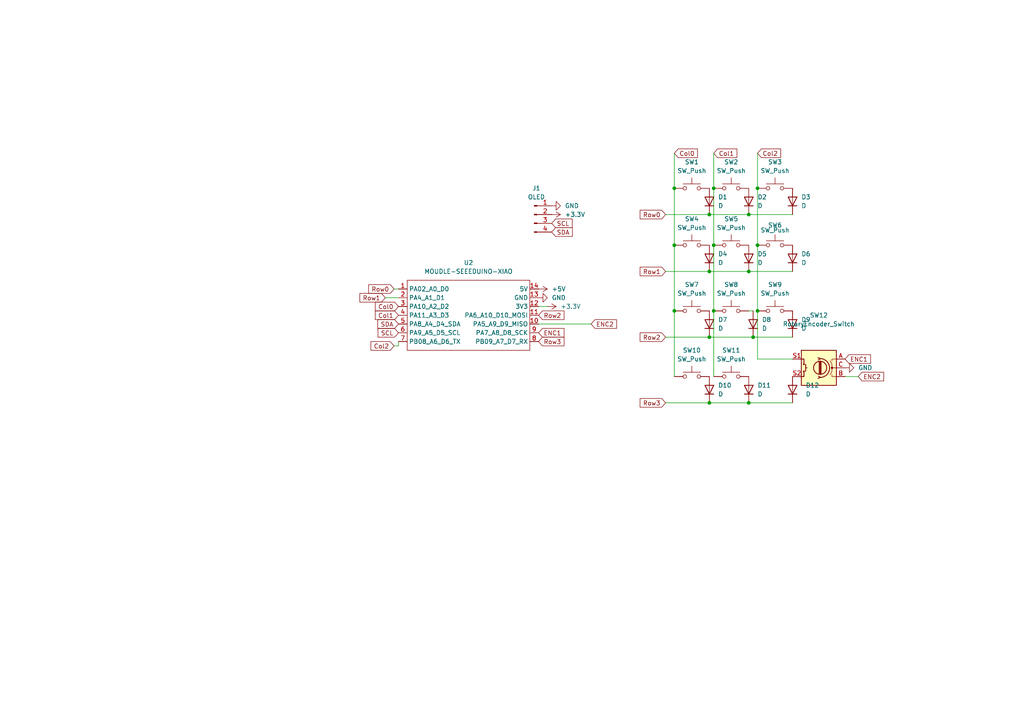
<source format=kicad_sch>
(kicad_sch (version 20231120) (generator "eeschema") (generator_version "8.0")
  (paper "A4")
  (lib_symbols
    (symbol "Connector:Conn_01x04_Pin" (pin_names (offset 1.016) hide)
      (property "Reference" "J" (at 0 5.08 0))
      (property "Value" "Conn_01x04_Pin" (at 0 -7.62 0))
      (symbol "Conn_01x04_Pin_1_1"
        (polyline (pts (xy 1.27 -5.08) (xy 0.8636 -5.08)) (stroke (width 0.1524)))
        (polyline (pts (xy 1.27 -2.54) (xy 0.8636 -2.54)) (stroke (width 0.1524)))
        (polyline (pts (xy 1.27 0) (xy 0.8636 0)) (stroke (width 0.1524)))
        (polyline (pts (xy 1.27 2.54) (xy 0.8636 2.54)) (stroke (width 0.1524)))
        (rectangle (start 0.8636 -4.953) (end 0 -5.207) (stroke (width 0.1524)) (fill (type outline)))
        (rectangle (start 0.8636 -2.413) (end 0 -2.667) (stroke (width 0.1524)) (fill (type outline)))
        (rectangle (start 0.8636 0.127) (end 0 -0.127) (stroke (width 0.1524)) (fill (type outline)))
        (rectangle (start 0.8636 2.667) (end 0 2.413) (stroke (width 0.1524)) (fill (type outline)))
        (pin passive line (at 5.08 2.54 180) (length 3.81) (name "Pin_1") (number "1"))
        (pin passive line (at 5.08 0 180) (length 3.81) (name "Pin_2") (number "2"))
        (pin passive line (at 5.08 -2.54 180) (length 3.81) (name "Pin_3") (number "3"))
        (pin passive line (at 5.08 -5.08 180) (length 3.81) (name "Pin_4") (number "4"))
      )
    )
    (symbol "Device:D" (pin_numbers hide) (pin_names (offset 1.016) hide)
      (property "Reference" "D" (at 0 2.54 0))
      (property "Value" "D" (at 0 -2.54 0))
      (symbol "D_0_1"
        (polyline (pts (xy -1.27 1.27) (xy -1.27 -1.27)) (stroke (width 0.254)))
        (polyline (pts (xy 1.27 0) (xy -1.27 0)))
        (polyline (pts (xy 1.27 1.27) (xy 1.27 -1.27) (xy -1.27 0) (xy 1.27 1.27)) (stroke (width 0.254)))
      )
      (symbol "D_1_1"
        (pin passive line (at -3.81 0 0) (length 2.54) (name "K") (number "1"))
        (pin passive line (at 3.81 0 180) (length 2.54) (name "A") (number "2"))
      )
    )
    (symbol "Device:RotaryEncoder_Switch" (pin_names (offset 0.254) hide)
      (property "Reference" "SW" (at 0 6.604 0))
      (property "Value" "RotaryEncoder_Switch" (at 0 -6.604 0))
      (symbol "RotaryEncoder_Switch_0_1"
        (rectangle (start -5.08 5.08) (end 5.08 -5.08) (stroke (width 0.254)) (fill (type background)))
        (circle (center -3.81 0) (radius 0.254) (fill (type outline)))
        (circle (center -0.381 0) (radius 1.905) (stroke (width 0.254)))
        (arc (start -0.381 2.667) (mid -3.0988 -0.0635) (end -0.381 -2.794) (stroke (width 0.254)))
        (polyline (pts (xy -0.635 -1.778) (xy -0.635 1.778)) (stroke (width 0.254)))
        (polyline (pts (xy -0.381 -1.778) (xy -0.381 1.778)) (stroke (width 0.254)))
        (polyline (pts (xy -0.127 1.778) (xy -0.127 -1.778)) (stroke (width 0.254)))
        (polyline (pts (xy 3.81 0) (xy 3.429 0)) (stroke (width 0.254)))
        (polyline (pts (xy 3.81 1.016) (xy 3.81 -1.016)) (stroke (width 0.254)))
        (polyline (pts (xy -5.08 -2.54) (xy -3.81 -2.54) (xy -3.81 -2.032)))
        (polyline (pts (xy -5.08 2.54) (xy -3.81 2.54) (xy -3.81 2.032)))
        (polyline (pts (xy 0.254 -3.048) (xy -0.508 -2.794) (xy 0.127 -2.413)) (stroke (width 0.254)))
        (polyline (pts (xy 0.254 2.921) (xy -0.508 2.667) (xy 0.127 2.286)) (stroke (width 0.254)))
        (polyline (pts (xy 5.08 -2.54) (xy 4.318 -2.54) (xy 4.318 -1.016)) (stroke (width 0.254)))
        (polyline (pts (xy 5.08 2.54) (xy 4.318 2.54) (xy 4.318 1.016)) (stroke (width 0.254)))
        (polyline (pts (xy -5.08 0) (xy -3.81 0) (xy -3.81 -1.016) (xy -3.302 -2.032)))
        (polyline (pts (xy -4.318 0) (xy -3.81 0) (xy -3.81 1.016) (xy -3.302 2.032)))
        (circle (center 4.318 -1.016) (radius 0.127) (stroke (width 0.254)))
        (circle (center 4.318 1.016) (radius 0.127) (stroke (width 0.254)))
      )
      (symbol "RotaryEncoder_Switch_1_1"
        (pin passive line (at -7.62 2.54 0) (length 2.54) (name "A") (number "A"))
        (pin passive line (at -7.62 -2.54 0) (length 2.54) (name "B") (number "B"))
        (pin passive line (at -7.62 0 0) (length 2.54) (name "C") (number "C"))
        (pin passive line (at 7.62 2.54 180) (length 2.54) (name "S1") (number "S1"))
        (pin passive line (at 7.62 -2.54 180) (length 2.54) (name "S2") (number "S2"))
      )
    )
    (symbol "MOUDLE-SEEEDUINO-XIAO:MOUDLE-SEEEDUINO-XIAO"
      (property "Reference" "U" (at -16.51 11.43 0))
      (property "Value" "MOUDLE-SEEEDUINO-XIAO" (at -3.81 -11.43 0))
      (symbol "MOUDLE-SEEEDUINO-XIAO_0_1"
        (rectangle (start -16.51 10.16) (end 19.05 -10.16))
      )
      (symbol "MOUDLE-SEEEDUINO-XIAO_1_1"
        (pin passive line (at -19.05 7.62 0) (length 2.54) (name "PA02_A0_D0") (number "1"))
        (pin passive line (at 21.59 -2.54 180) (length 2.54) (name "PA5_A9_D9_MISO") (number "10"))
        (pin passive line (at 21.59 0 180) (length 2.54) (name "PA6_A10_D10_MOSI") (number "11"))
        (pin passive line (at 21.59 2.54 180) (length 2.54) (name "3V3") (number "12"))
        (pin passive line (at 21.59 5.08 180) (length 2.54) (name "GND") (number "13"))
        (pin passive line (at 21.59 7.62 180) (length 2.54) (name "5V") (number "14"))
        (pin passive line (at -19.05 5.08 0) (length 2.54) (name "PA4_A1_D1") (number "2"))
        (pin passive line (at -19.05 2.54 0) (length 2.54) (name "PA10_A2_D2") (number "3"))
        (pin passive line (at -19.05 0 0) (length 2.54) (name "PA11_A3_D3") (number "4"))
        (pin passive line (at -19.05 -2.54 0) (length 2.54) (name "PA8_A4_D4_SDA") (number "5"))
        (pin passive line (at -19.05 -5.08 0) (length 2.54) (name "PA9_A5_D5_SCL") (number "6"))
        (pin passive line (at -19.05 -7.62 0) (length 2.54) (name "PB08_A6_D6_TX") (number "7"))
        (pin passive line (at 21.59 -7.62 180) (length 2.54) (name "PB09_A7_D7_RX") (number "8"))
        (pin passive line (at 21.59 -5.08 180) (length 2.54) (name "PA7_A8_D8_SCK") (number "9"))
      )
    )
    (symbol "Switch:SW_Push" (pin_numbers hide) (pin_names (offset 1.016) hide)
      (property "Reference" "SW" (at 1.27 2.54 0))
      (property "Value" "SW_Push" (at 0 -1.524 0))
      (symbol "SW_Push_0_1"
        (circle (center -2.032 0) (radius 0.508))
        (polyline (pts (xy 0 1.27) (xy 0 3.048)))
        (polyline (pts (xy 2.54 1.27) (xy -2.54 1.27)))
        (circle (center 2.032 0) (radius 0.508))
        (pin passive line (at -5.08 0 0) (length 2.54) (name "1") (number "1"))
        (pin passive line (at 5.08 0 180) (length 2.54) (name "2") (number "2"))
      )
    )
    (symbol "power:+3.3V" (power) (pin_numbers hide) (pin_names (offset 0) hide)
      (property "Value" "+3.3V" (at 0 3.556 0))
      (symbol "+3.3V_0_1"
        (polyline (pts (xy -0.762 1.27) (xy 0 2.54)))
        (polyline (pts (xy 0 0) (xy 0 2.54)))
        (polyline (pts (xy 0 2.54) (xy 0.762 1.27)))
      )
      (symbol "+3.3V_1_1"
        (pin power_in line (at 0 0 90) (length 0) (name "~") (number "1"))
      )
    )
    (symbol "power:+5V" (power) (pin_numbers hide) (pin_names (offset 0) hide)
      (property "Value" "+5V" (at 0 3.556 0))
      (symbol "+5V_0_1"
        (polyline (pts (xy -0.762 1.27) (xy 0 2.54)))
        (polyline (pts (xy 0 0) (xy 0 2.54)))
        (polyline (pts (xy 0 2.54) (xy 0.762 1.27)))
      )
      (symbol "+5V_1_1"
        (pin power_in line (at 0 0 90) (length 0) (name "~") (number "1"))
      )
    )
    (symbol "power:GND" (power) (pin_numbers hide) (pin_names (offset 0) hide)
      (property "Value" "GND" (at 0 -3.81 0))
      (symbol "GND_0_1"
        (polyline (pts (xy 0 0) (xy 0 -1.27) (xy 1.27 -1.27) (xy 0 -2.54) (xy -1.27 -1.27) (xy 0 -1.27)))
      )
      (symbol "GND_1_1"
        (pin power_in line (at 0 0 270) (length 0) (name "~") (number "1"))
      )
    )
  )
  (junction (at 195.58 54.61))
  (junction (at 219.71 54.61))
  (junction (at 207.01 90.17))
  (junction (at 195.58 71.12))
  (junction (at 195.58 90.17))
  (junction (at 219.71 71.12))
  (junction (at 207.01 71.12))
  (junction (at 218.44 97.79))
  (junction (at 219.71 90.17))
  (junction (at 207.01 54.61))
  (junction (at 217.17 116.84))
  (junction (at 205.74 97.79))
  (junction (at 217.17 62.23))
  (junction (at 205.74 116.84))
  (junction (at 205.74 62.23))
  (junction (at 205.74 78.74))
  (junction (at 217.17 78.74))
  (wire (pts (xy 218.44 90.17) (xy 217.17 90.17)))
  (wire (pts (xy 195.58 71.12) (xy 195.58 90.17)))
  (wire (pts (xy 205.74 62.23) (xy 217.17 62.23)))
  (wire (pts (xy 217.17 78.74) (xy 229.87 78.74)))
  (wire (pts (xy 217.17 62.23) (xy 229.87 62.23)))
  (wire (pts (xy 115.57 100.33) (xy 115.57 99.06)))
  (wire (pts (xy 158.75 88.9) (xy 156.21 88.9)))
  (wire (pts (xy 195.58 90.17) (xy 195.58 109.22)))
  (wire (pts (xy 111.76 86.36) (xy 115.57 86.36)))
  (wire (pts (xy 207.01 90.17) (xy 207.01 109.22)))
  (wire (pts (xy 193.04 62.23) (xy 205.74 62.23)))
  (wire (pts (xy 114.3 100.33) (xy 115.57 100.33)))
  (wire (pts (xy 114.3 83.82) (xy 115.57 83.82)))
  (wire (pts (xy 219.71 104.14) (xy 229.87 104.14)))
  (wire (pts (xy 171.45 93.98) (xy 156.21 93.98)))
  (wire (pts (xy 219.71 44.45) (xy 219.71 54.61)))
  (wire (pts (xy 217.17 116.84) (xy 229.87 116.84)))
  (wire (pts (xy 193.04 97.79) (xy 205.74 97.79)))
  (wire (pts (xy 219.71 54.61) (xy 219.71 71.12)))
  (wire (pts (xy 218.44 97.79) (xy 229.87 97.79)))
  (wire (pts (xy 245.11 109.22) (xy 248.92 109.22)))
  (wire (pts (xy 207.01 44.45) (xy 207.01 54.61)))
  (wire (pts (xy 195.58 44.45) (xy 195.58 54.61)))
  (wire (pts (xy 219.71 71.12) (xy 219.71 90.17)))
  (wire (pts (xy 193.04 116.84) (xy 205.74 116.84)))
  (wire (pts (xy 193.04 78.74) (xy 205.74 78.74)))
  (wire (pts (xy 205.74 78.74) (xy 217.17 78.74)))
  (wire (pts (xy 205.74 97.79) (xy 218.44 97.79)))
  (wire (pts (xy 195.58 54.61) (xy 195.58 71.12)))
  (wire (pts (xy 219.71 90.17) (xy 219.71 104.14)))
  (wire (pts (xy 207.01 54.61) (xy 207.01 71.12)))
  (wire (pts (xy 205.74 116.84) (xy 217.17 116.84)))
  (wire (pts (xy 207.01 71.12) (xy 207.01 90.17)))
  (global_label "SCL" (shape input) (at 115.57 96.52 180) (property "Intersheetrefs" "${INTERSHEET_REFS}" (effects (hide yes))))
  (global_label "Row2" (shape input) (at 156.21 91.44 0) (property "Intersheetrefs" "${INTERSHEET_REFS}" (effects (hide yes))))
  (global_label "Col2" (shape input) (at 114.3 100.33 180) (property "Intersheetrefs" "${INTERSHEET_REFS}" (effects (hide yes))))
  (global_label "ENC2" (shape input) (at 171.45 93.98 0) (property "Intersheetrefs" "${INTERSHEET_REFS}" (effects (hide yes))))
  (global_label "Col1" (shape input) (at 207.01 44.45 0) (property "Intersheetrefs" "${INTERSHEET_REFS}" (effects (hide yes))))
  (global_label "SCL" (shape input) (at 160.02 64.77 0) (property "Intersheetrefs" "${INTERSHEET_REFS}" (effects (hide yes))))
  (global_label "Row1" (shape input) (at 111.76 86.36 180) (property "Intersheetrefs" "${INTERSHEET_REFS}" (effects (hide yes))))
  (global_label "Col1" (shape input) (at 115.57 91.44 180) (property "Intersheetrefs" "${INTERSHEET_REFS}" (effects (hide yes))))
  (global_label "Col0" (shape input) (at 195.58 44.45 0) (property "Intersheetrefs" "${INTERSHEET_REFS}" (effects (hide yes))))
  (global_label "Col0" (shape input) (at 115.57 88.9 180) (property "Intersheetrefs" "${INTERSHEET_REFS}" (effects (hide yes))))
  (global_label "ENC2" (shape input) (at 248.92 109.22 0) (property "Intersheetrefs" "${INTERSHEET_REFS}" (effects (hide yes))))
  (global_label "Row3" (shape input) (at 156.21 99.06 0) (property "Intersheetrefs" "${INTERSHEET_REFS}" (effects (hide yes))))
  (global_label "SDA" (shape input) (at 160.02 67.31 0) (property "Intersheetrefs" "${INTERSHEET_REFS}" (effects (hide yes))))
  (global_label "Row0" (shape input) (at 193.04 62.23 180) (property "Intersheetrefs" "${INTERSHEET_REFS}" (effects (hide yes))))
  (global_label "Row0" (shape input) (at 114.3 83.82 180) (property "Intersheetrefs" "${INTERSHEET_REFS}" (effects (hide yes))))
  (global_label "SDA" (shape input) (at 115.57 93.98 180) (property "Intersheetrefs" "${INTERSHEET_REFS}" (effects (hide yes))))
  (global_label "Col2" (shape input) (at 219.71 44.45 0) (property "Intersheetrefs" "${INTERSHEET_REFS}" (effects (hide yes))))
  (global_label "ENC1" (shape input) (at 245.11 104.14 0) (property "Intersheetrefs" "${INTERSHEET_REFS}" (effects (hide yes))))
  (global_label "ENC1" (shape input) (at 156.21 96.52 0) (property "Intersheetrefs" "${INTERSHEET_REFS}" (effects (hide yes))))
  (global_label "Row3" (shape input) (at 193.04 116.84 180) (property "Intersheetrefs" "${INTERSHEET_REFS}" (effects (hide yes))))
  (global_label "Row1" (shape input) (at 193.04 78.74 180) (property "Intersheetrefs" "${INTERSHEET_REFS}" (effects (hide yes))))
  (global_label "Row2" (shape input) (at 193.04 97.79 180) (property "Intersheetrefs" "${INTERSHEET_REFS}" (effects (hide yes))))
  (symbol (lib_id "Device:D") (at 229.87 58.42 270) (mirror x) (unit 1)
    (property "Reference" "D3" (at 232.41 57.1499 90) (effects (justify left)))
    (property "Value" "D" (at 232.41 59.6899 90) (effects (justify left)))
    (property "Footprint" "Diode_THT:D_DO-35_SOD27_P7.62mm_Horizontal" (effects (hide yes)))
    (property "Description" "Diode" (effects (hide yes)))
    (property "Sim.Device" "D" (effects (hide yes)))
    (property "Sim.Pins" "1=K 2=A" (effects (hide yes)))
  )
  (symbol (lib_id "Switch:SW_Push") (at 212.09 109.22 0) (unit 1)
    (property "Reference" "SW11" (at 212.09 101.6 0))
    (property "Value" "SW_Push" (at 212.09 104.14 0))
    (property "Footprint" "Button_Switch_Keyboard:SW_Cherry_MX_1.00u_PCB" (effects (hide yes)))
    (property "Description" "Push button switch, generic, two pins" (effects (hide yes)))
  )
  (symbol (lib_id "Connector:Conn_01x04_Pin") (at 154.94 62.23 0) (unit 1)
    (property "Reference" "J1" (at 155.575 54.61 0))
    (property "Value" "OLED" (at 155.575 57.15 0))
    (property "Footprint" "KiCad-SSD1306-0.91-OLED-4pin-128x32.pretty-master:SSD1306-0.91-OLED-4pin-128x32" (effects (hide yes)))
    (property "Description" "Generic connector, single row, 01x04, script generated" (effects (hide yes)))
  )
  (symbol (lib_id "Device:D") (at 205.74 93.98 270) (mirror x) (unit 1)
    (property "Reference" "D7" (at 208.28 92.7099 90) (effects (justify left)))
    (property "Value" "D" (at 208.28 95.2499 90) (effects (justify left)))
    (property "Footprint" "Diode_THT:D_DO-35_SOD27_P7.62mm_Horizontal" (effects (hide yes)))
    (property "Description" "Diode" (effects (hide yes)))
    (property "Sim.Device" "D" (effects (hide yes)))
    (property "Sim.Pins" "1=K 2=A" (effects (hide yes)))
  )
  (symbol (lib_id "Device:D") (at 205.74 113.03 270) (mirror x) (unit 1)
    (property "Reference" "D10" (at 208.28 111.7599 90) (effects (justify left)))
    (property "Value" "D" (at 208.28 114.2999 90) (effects (justify left)))
    (property "Footprint" "Diode_THT:D_DO-35_SOD27_P7.62mm_Horizontal" (effects (hide yes)))
    (property "Description" "Diode" (effects (hide yes)))
    (property "Sim.Device" "D" (effects (hide yes)))
    (property "Sim.Pins" "1=K 2=A" (effects (hide yes)))
  )
  (symbol (lib_id "MOUDLE-SEEEDUINO-XIAO:MOUDLE-SEEEDUINO-XIAO") (at 134.62 91.44 0) (unit 1)
    (property "Reference" "U2" (at 135.89 76.2 0))
    (property "Value" "MOUDLE-SEEEDUINO-XIAO" (at 135.89 78.74 0))
    (property "Footprint" "Seeed Studio XIAO Series Library:XIAO-Generic-Thruhole-14P-2.54-21X17.8MM" (effects (hide yes)))
  )
  (symbol (lib_id "Device:D") (at 217.17 74.93 270) (mirror x) (unit 1)
    (property "Reference" "D5" (at 219.71 73.6599 90) (effects (justify left)))
    (property "Value" "D" (at 219.71 76.1999 90) (effects (justify left)))
    (property "Footprint" "Diode_THT:D_DO-35_SOD27_P7.62mm_Horizontal" (effects (hide yes)))
    (property "Description" "Diode" (effects (hide yes)))
    (property "Sim.Device" "D" (effects (hide yes)))
    (property "Sim.Pins" "1=K 2=A" (effects (hide yes)))
  )
  (symbol (lib_id "Device:D") (at 229.87 93.98 270) (mirror x) (unit 1)
    (property "Reference" "D9" (at 232.41 92.7099 90) (effects (justify left)))
    (property "Value" "D" (at 232.41 95.2499 90) (effects (justify left)))
    (property "Footprint" "Diode_THT:D_DO-35_SOD27_P7.62mm_Horizontal" (effects (hide yes)))
    (property "Description" "Diode" (effects (hide yes)))
    (property "Sim.Device" "D" (effects (hide yes)))
    (property "Sim.Pins" "1=K 2=A" (effects (hide yes)))
  )
  (symbol (lib_id "Device:D") (at 205.74 74.93 270) (mirror x) (unit 1)
    (property "Reference" "D4" (at 208.28 73.6599 90) (effects (justify left)))
    (property "Value" "D" (at 208.28 76.1999 90) (effects (justify left)))
    (property "Footprint" "Diode_THT:D_DO-35_SOD27_P7.62mm_Horizontal" (effects (hide yes)))
    (property "Description" "Diode" (effects (hide yes)))
    (property "Sim.Device" "D" (effects (hide yes)))
    (property "Sim.Pins" "1=K 2=A" (effects (hide yes)))
  )
  (symbol (lib_id "power:GND") (at 245.11 106.68 90) (unit 1)
    (property "Reference" "#PWR01" (effects (hide yes)))
    (property "Value" "GND" (at 248.92 106.6801 90) (effects (justify right)))
    (property "Description" "Power symbol creates a global label with name \"GND\" , ground" (effects (hide yes)))
  )
  (symbol (lib_id "Device:D") (at 218.44 93.98 270) (mirror x) (unit 1)
    (property "Reference" "D8" (at 220.98 92.7099 90) (effects (justify left)))
    (property "Value" "D" (at 220.98 95.2499 90) (effects (justify left)))
    (property "Footprint" "Diode_THT:D_DO-35_SOD27_P7.62mm_Horizontal" (effects (hide yes)))
    (property "Description" "Diode" (effects (hide yes)))
    (property "Sim.Device" "D" (effects (hide yes)))
    (property "Sim.Pins" "1=K 2=A" (effects (hide yes)))
  )
  (symbol (lib_id "Device:D") (at 205.74 58.42 270) (mirror x) (unit 1)
    (property "Reference" "D1" (at 208.28 57.1499 90) (effects (justify left)))
    (property "Value" "D" (at 208.28 59.6899 90) (effects (justify left)))
    (property "Footprint" "Diode_THT:D_DO-35_SOD27_P7.62mm_Horizontal" (effects (hide yes)))
    (property "Description" "Diode" (effects (hide yes)))
    (property "Sim.Device" "D" (effects (hide yes)))
    (property "Sim.Pins" "1=K 2=A" (effects (hide yes)))
  )
  (symbol (lib_id "Device:D") (at 217.17 58.42 270) (mirror x) (unit 1)
    (property "Reference" "D2" (at 219.71 57.1499 90) (effects (justify left)))
    (property "Value" "D" (at 219.71 59.6899 90) (effects (justify left)))
    (property "Footprint" "Diode_THT:D_DO-35_SOD27_P7.62mm_Horizontal" (effects (hide yes)))
    (property "Description" "Diode" (effects (hide yes)))
    (property "Sim.Device" "D" (effects (hide yes)))
    (property "Sim.Pins" "1=K 2=A" (effects (hide yes)))
  )
  (symbol (lib_id "Switch:SW_Push") (at 212.09 71.12 0) (unit 1)
    (property "Reference" "SW5" (at 212.09 63.5 0))
    (property "Value" "SW_Push" (at 212.09 66.04 0))
    (property "Footprint" "Button_Switch_Keyboard:SW_Cherry_MX_1.00u_PCB" (effects (hide yes)))
    (property "Description" "Push button switch, generic, two pins" (effects (hide yes)))
  )
  (symbol (lib_id "Device:D") (at 217.17 113.03 270) (mirror x) (unit 1)
    (property "Reference" "D11" (at 219.71 111.7599 90) (effects (justify left)))
    (property "Value" "D" (at 219.71 114.2999 90) (effects (justify left)))
    (property "Footprint" "Diode_THT:D_DO-35_SOD27_P7.62mm_Horizontal" (effects (hide yes)))
    (property "Description" "Diode" (effects (hide yes)))
    (property "Sim.Device" "D" (effects (hide yes)))
    (property "Sim.Pins" "1=K 2=A" (effects (hide yes)))
  )
  (symbol (lib_id "power:GND") (at 156.21 86.36 90) (unit 1)
    (property "Reference" "#PWR09" (effects (hide yes)))
    (property "Value" "GND" (at 160.02 86.3599 90) (effects (justify right)))
    (property "Description" "Power symbol creates a global label with name \"GND\" , ground" (effects (hide yes)))
  )
  (symbol (lib_id "Switch:SW_Push") (at 224.79 71.12 0) (unit 1)
    (property "Reference" "SW6" (at 224.79 66.04 0) (effects (justify bottom)))
    (property "Value" "SW_Push" (at 224.79 66.04 0) (effects (justify top)))
    (property "Footprint" "Button_Switch_Keyboard:SW_Cherry_MX_1.00u_PCB" (effects (hide yes)))
    (property "Description" "Push button switch, generic, two pins" (effects (hide yes)))
  )
  (symbol (lib_id "power:GND") (at 160.02 59.69 90) (unit 1)
    (property "Reference" "#PWR03" (effects (hide yes)))
    (property "Value" "GND" (at 163.83 59.6899 90) (effects (justify right)))
    (property "Description" "Power symbol creates a global label with name \"GND\" , ground" (effects (hide yes)))
  )
  (symbol (lib_id "Device:D") (at 229.87 113.03 270) (mirror x) (unit 1)
    (property "Reference" "D12" (at 233.68 111.76 90) (effects (justify left)))
    (property "Value" "D" (at 233.68 114.3 90) (effects (justify left)))
    (property "Footprint" "Diode_THT:D_DO-35_SOD27_P7.62mm_Horizontal" (effects (hide yes)))
    (property "Description" "Diode" (effects (hide yes)))
    (property "Sim.Device" "D" (effects (hide yes)))
    (property "Sim.Pins" "1=K 2=A" (effects (hide yes)))
  )
  (symbol (lib_id "Switch:SW_Push") (at 200.66 71.12 0) (unit 1)
    (property "Reference" "SW4" (at 200.66 63.5 0))
    (property "Value" "SW_Push" (at 200.66 66.04 0))
    (property "Footprint" "Button_Switch_Keyboard:SW_Cherry_MX_1.00u_PCB" (effects (hide yes)))
    (property "Description" "Push button switch, generic, two pins" (effects (hide yes)))
  )
  (symbol (lib_id "Switch:SW_Push") (at 200.66 54.61 0) (unit 1)
    (property "Reference" "SW1" (at 200.66 46.99 0))
    (property "Value" "SW_Push" (at 200.66 49.53 0))
    (property "Footprint" "Button_Switch_Keyboard:SW_Cherry_MX_1.00u_PCB" (effects (hide yes)))
    (property "Description" "Push button switch, generic, two pins" (effects (hide yes)))
  )
  (symbol (lib_id "Switch:SW_Push") (at 224.79 54.61 0) (unit 1)
    (property "Reference" "SW3" (at 224.79 46.99 0))
    (property "Value" "SW_Push" (at 224.79 49.53 0))
    (property "Footprint" "Button_Switch_Keyboard:SW_Cherry_MX_1.00u_PCB" (effects (hide yes)))
    (property "Description" "Push button switch, generic, two pins" (effects (hide yes)))
  )
  (symbol (lib_id "Switch:SW_Push") (at 200.66 109.22 0) (unit 1)
    (property "Reference" "SW10" (at 200.66 101.6 0))
    (property "Value" "SW_Push" (at 200.66 104.14 0))
    (property "Footprint" "Button_Switch_Keyboard:SW_Cherry_MX_1.00u_PCB" (effects (hide yes)))
    (property "Description" "Push button switch, generic, two pins" (effects (hide yes)))
  )
  (symbol (lib_id "Switch:SW_Push") (at 200.66 90.17 0) (unit 1)
    (property "Reference" "SW7" (at 200.66 82.55 0))
    (property "Value" "SW_Push" (at 200.66 85.09 0))
    (property "Footprint" "Button_Switch_Keyboard:SW_Cherry_MX_1.00u_PCB" (effects (hide yes)))
    (property "Description" "Push button switch, generic, two pins" (effects (hide yes)))
  )
  (symbol (lib_id "Switch:SW_Push") (at 212.09 54.61 0) (unit 1)
    (property "Reference" "SW2" (at 212.09 46.99 0))
    (property "Value" "SW_Push" (at 212.09 49.53 0))
    (property "Footprint" "Button_Switch_Keyboard:SW_Cherry_MX_1.00u_PCB" (effects (hide yes)))
    (property "Description" "Push button switch, generic, two pins" (effects (hide yes)))
  )
  (symbol (lib_id "Device:RotaryEncoder_Switch") (at 237.49 106.68 0) (mirror y) (unit 1)
    (property "Reference" "SW12" (at 237.49 91.44 0))
    (property "Value" "RotaryEncoder_Switch" (at 237.49 93.98 0))
    (property "Footprint" "Rotary_Encoder:RotaryEncoder_Alps_EC11E-Switch_Vertical_H20mm" (effects (hide yes)))
    (property "Description" "Rotary encoder, dual channel, incremental quadrate outputs, with switch" (effects (hide yes)))
  )
  (symbol (lib_id "power:+5V") (at 156.21 83.82 270) (unit 1)
    (property "Reference" "#PWR010" (effects (hide yes)))
    (property "Value" "+5V" (at 160.02 83.8199 90) (effects (justify left)))
    (property "Description" "Power symbol creates a global label with name \"+5V\"" (effects (hide yes)))
  )
  (symbol (lib_id "power:+3.3V") (at 158.75 88.9 270) (unit 1)
    (property "Reference" "#PWR08" (effects (hide yes)))
    (property "Value" "+3.3V" (at 162.56 88.8999 90) (effects (justify left)))
    (property "Description" "Power symbol creates a global label with name \"+3.3V\"" (effects (hide yes)))
  )
  (symbol (lib_id "power:+3.3V") (at 160.02 62.23 270) (unit 1)
    (property "Reference" "#PWR05" (effects (hide yes)))
    (property "Value" "+3.3V" (at 163.83 62.2299 90) (effects (justify left)))
    (property "Description" "Power symbol creates a global label with name \"+3.3V\"" (effects (hide yes)))
  )
  (symbol (lib_id "Device:D") (at 229.87 74.93 270) (mirror x) (unit 1)
    (property "Reference" "D6" (at 232.41 73.6599 90) (effects (justify left)))
    (property "Value" "D" (at 232.41 76.1999 90) (effects (justify left)))
    (property "Footprint" "Diode_THT:D_DO-35_SOD27_P7.62mm_Horizontal" (effects (hide yes)))
    (property "Description" "Diode" (effects (hide yes)))
    (property "Sim.Device" "D" (effects (hide yes)))
    (property "Sim.Pins" "1=K 2=A" (effects (hide yes)))
  )
  (symbol (lib_id "Switch:SW_Push") (at 224.79 90.17 0) (unit 1)
    (property "Reference" "SW9" (at 224.79 82.55 0))
    (property "Value" "SW_Push" (at 224.79 85.09 0))
    (property "Footprint" "Button_Switch_Keyboard:SW_Cherry_MX_1.00u_PCB" (effects (hide yes)))
    (property "Description" "Push button switch, generic, two pins" (effects (hide yes)))
  )
  (symbol (lib_id "Switch:SW_Push") (at 212.09 90.17 0) (unit 1)
    (property "Reference" "SW8" (at 212.09 82.55 0))
    (property "Value" "SW_Push" (at 212.09 85.09 0))
    (property "Footprint" "Button_Switch_Keyboard:SW_Cherry_MX_1.00u_PCB" (effects (hide yes)))
    (property "Description" "Push button switch, generic, two pins" (effects (hide yes)))
  )
)
</source>
